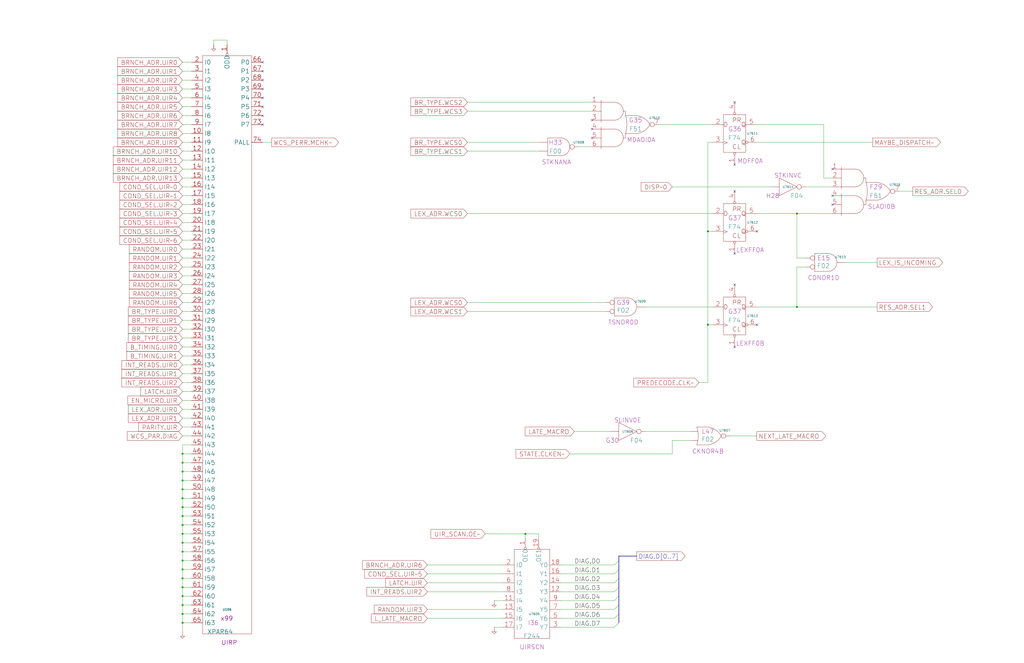
<source format=kicad_sch>
(kicad_sch (version 20230121) (generator eeschema)
  (paper "User" 584.2 378.46)
  (title_block (title "PRE-DECODE AND PARITY CHECK") (date "22-MAY-90") (rev "1.0") (comment 1 "SEQUENCER") (comment 2 "232-003064") (comment 3 "S400") (comment 4 "RELEASED"))
  (lib_symbols
    (symbol "r1000:F00" (pin_numbers hide) (pin_names hide)
      (property "Reference" "U" (at 15.24 0 0))
      (property "Value" "F00" (at 1.905 -5.08 0))
      (property "Location" "___" (at 1.905 0 0))
      (property "Name" "______" (at 2.54 -12.7 0))
      (symbol "F00_0_1"
        (polyline (pts (xy -2.54 -7.62) (xy 5.08 -7.62)) (stroke (width 0.1524)))
        (polyline (pts (xy -2.54 2.54) (xy -2.54 -7.62)) (stroke (width 0.1524)))
        (polyline (pts (xy -2.54 2.54) (xy 5.08 2.54)) (stroke (width 0.1524)))
        (arc (start 5.08 -7.62) (mid 10.1282 -2.54) (end 5.08 2.54) (stroke (width 0.1524)))
        (circle (center 11.43 -2.54) (radius 1.27) (stroke (width 0.1524)))
      )
      (symbol "F00_0_2"
        (circle (center -3.81 -5.08) (radius 1.27) (stroke (width 0.1524)))
        (circle (center -3.81 0) (radius 1.27) (stroke (width 0.1524)))
        (arc (start -3.175 -7.62) (mid -2.134 -2.54) (end -3.175 2.54) (stroke (width 0.1524)))
        (polyline (pts (xy -3.175 -7.62) (xy 3.81 -7.62)) (stroke (width 0.1524)))
        (polyline (pts (xy -3.175 2.54) (xy 3.81 2.54)) (stroke (width 0.1524)))
        (arc (start 3.81 -7.62) (mid 7.5855 -5.8306) (end 10.16 -2.54) (stroke (width 0.1524)))
        (arc (start 10.16 -2.54) (mid 7.5827 0.7471) (end 3.81 2.54) (stroke (width 0.1524)))
      )
      (symbol "F00_1_1"
        (pin input line (at -7.62 0 0) (length 5.08) (name "D0") (number "1"))
        (pin input line (at -7.62 -5.08 0) (length 5.08) (name "D1") (number "2"))
        (pin output line (at 15.24 -2.54 180) (length 2.54) (name "Q") (number "3"))
      )
      (symbol "F00_1_2"
        (pin input line (at -7.62 0 0) (length 2.54) (name "D0") (number "1"))
        (pin input line (at -7.62 -5.08 0) (length 2.54) (name "D1") (number "2"))
        (pin output line (at 15.24 -2.54 180) (length 5.08) (name "Q") (number "3"))
      )
    )
    (symbol "r1000:F02" (pin_numbers hide) (pin_names hide)
      (property "Reference" "U" (at 12.16 0.635 0))
      (property "Value" "F02" (at -1.27 -4.445 0))
      (property "Location" "___" (at 2.54 0 0))
      (property "Name" "______" (at 2.54 -12.7 0))
      (symbol "F02_0_1"
        (arc (start -3.81 -7.62) (mid -2.9847 -2.54) (end -3.81 2.54) (stroke (width 0.1524)))
        (polyline (pts (xy -5.08 -5.08) (xy -3.175 -5.08)) (stroke (width 0.1524)))
        (polyline (pts (xy -5.08 0) (xy -3.175 0)) (stroke (width 0.1524)))
        (polyline (pts (xy -3.81 -7.62) (xy 2.54 -7.62)) (stroke (width 0.1524)))
        (polyline (pts (xy -3.81 2.54) (xy 2.54 2.54)) (stroke (width 0.1524)))
        (polyline (pts (xy 13.97 -2.54) (xy 12.7 -2.54)) (stroke (width 0.1524)))
        (arc (start 2.54 -7.62) (mid 6.9515 -5.9823) (end 10.16 -2.54) (stroke (width 0.1524)))
        (arc (start 10.16 -2.54) (mid 6.9478 0.8966) (end 2.54 2.54) (stroke (width 0.1524)))
        (circle (center 11.43 -2.54) (radius 1.27) (stroke (width 0.1524)))
      )
      (symbol "F02_0_2"
        (circle (center -3.81 -5.08) (radius 1.27) (stroke (width 0.1524)))
        (circle (center -3.81 0) (radius 1.27) (stroke (width 0.1524)))
        (polyline (pts (xy -2.54 -7.62) (xy 5.08 -7.62)) (stroke (width 0.1524)))
        (polyline (pts (xy -2.54 2.54) (xy -2.54 -7.62)) (stroke (width 0.1524)))
        (polyline (pts (xy -2.54 2.54) (xy 5.08 2.54)) (stroke (width 0.1524)))
        (polyline (pts (xy 11.43 -2.54) (xy 10.16 -2.54)) (stroke (width 0.1524)))
        (polyline (pts (xy 11.43 -2.54) (xy 12.7 -2.54)) (stroke (width 0.1524)))
        (arc (start 5.08 -7.62) (mid 10.1282 -2.54) (end 5.08 2.54) (stroke (width 0.1524)))
      )
      (symbol "F02_1_1"
        (pin input line (at -7.62 0 0) (length 2.54) (name "D0") (number "1"))
        (pin input line (at -7.62 -5.08 0) (length 2.54) (name "D1") (number "2"))
        (pin output line (at 15.24 -2.54 180) (length 1.27) (name "Q") (number "3"))
      )
      (symbol "F02_1_2"
        (pin input line (at -7.62 0 0) (length 2.54) (name "D0") (number "1"))
        (pin input line (at -7.62 -5.08 0) (length 2.54) (name "D1") (number "2"))
        (pin output line (at 15.24 -2.54 180) (length 2.54) (name "Q") (number "3"))
      )
    )
    (symbol "r1000:F04" (pin_numbers hide) (pin_names hide)
      (property "Reference" "U" (at 0 0 0))
      (property "Value" "F04" (at 1.27 -5.08 0))
      (property "Location" "___" (at -12.7 -5.08 0))
      (property "Name" "______" (at 0 5.08 0))
      (symbol "F04_0_1"
        (polyline (pts (xy -7.62 0) (xy -5.08 0)) (stroke (width 0.1524)))
        (polyline (pts (xy -5.08 5.08) (xy -5.08 -5.08)) (stroke (width 0.1524)))
        (polyline (pts (xy 5.08 0) (xy -5.08 -5.08)) (stroke (width 0.1524)))
        (polyline (pts (xy 5.08 0) (xy -5.08 5.08)) (stroke (width 0.1524)))
        (circle (center 6.35 0) (radius 1.27) (stroke (width 0.1524)))
      )
      (symbol "F04_1_1"
        (pin input line (at -10.16 0 0) (length 2.54) (name "D0") (number "1"))
        (pin output line (at 10.16 0 180) (length 2.54) (name "Q") (number "2"))
      )
    )
    (symbol "r1000:F244" (pin_names (offset 1.016))
      (property "Reference" "U" (at 2.54 5.08 0))
      (property "Value" "F244" (at -3.81 -7.62 0))
      (property "Location" "___" (at -1.27 0 0))
      (property "Name" "______" (at 1.27 -15.24 0))
      (symbol "F244_1_1"
        (rectangle (start -8.89 41.91) (end 11.43 -8.89))
        (circle (center -2.54 42.545) (radius 0.635))
        (circle (center 5.08 42.545) (radius 0.635))
        (pin input line (at -2.54 48.26 270) (length 5.08) (name "OE0") (number "1"))
        (pin input line (at -15.24 12.7 0) (length 6.35) (name "I4") (number "11"))
        (pin tri_state line (at 17.78 17.78 180) (length 6.35) (name "Y3") (number "12"))
        (pin input line (at -15.24 7.62 0) (length 6.35) (name "I5") (number "13"))
        (pin tri_state line (at 17.78 22.86 180) (length 6.35) (name "Y2") (number "14"))
        (pin input line (at -15.24 2.54 0) (length 6.35) (name "I6") (number "15"))
        (pin tri_state line (at 17.78 27.94 180) (length 6.35) (name "Y1") (number "16"))
        (pin input line (at -15.24 -2.54 0) (length 6.35) (name "I7") (number "17"))
        (pin tri_state line (at 17.78 33.02 180) (length 6.35) (name "Y0") (number "18"))
        (pin input line (at 5.08 48.26 270) (length 5.08) (name "OE1") (number "19"))
        (pin input line (at -15.24 33.02 0) (length 6.35) (name "I0") (number "2"))
        (pin tri_state line (at 17.78 -2.54 180) (length 6.35) (name "Y7") (number "3"))
        (pin input line (at -15.24 27.94 0) (length 6.35) (name "I1") (number "4"))
        (pin tri_state line (at 17.78 2.54 180) (length 6.35) (name "Y6") (number "5"))
        (pin input line (at -15.24 22.86 0) (length 6.35) (name "I2") (number "6"))
        (pin tri_state line (at 17.78 7.62 180) (length 6.35) (name "Y5") (number "7"))
        (pin input line (at -15.24 17.78 0) (length 6.35) (name "I3") (number "8"))
        (pin tri_state line (at 17.78 12.7 180) (length 6.35) (name "Y4") (number "9"))
      )
    )
    (symbol "r1000:F51" (pin_names hide)
      (property "Reference" "U" (at 12.7 1.27 0))
      (property "Value" "F51" (at 1.905 -5.08 0))
      (property "Location" "___" (at 1.905 0 0))
      (property "Name" "______" (at 5.08 -12.7 0))
      (symbol "F51_0_0"
        (arc (start -10.16 -15.24) (mid -6.5679 -13.7521) (end -5.08 -10.16) (stroke (width 0.1524)))
        (arc (start -10.16 0) (mid -6.5679 1.4879) (end -5.08 5.08) (stroke (width 0.1524)))
        (arc (start -5.08 -10.16) (mid -6.5679 -6.5679) (end -10.16 -5.08) (stroke (width 0.1524)))
        (arc (start -5.08 5.08) (mid -6.5679 8.6721) (end -10.16 10.16) (stroke (width 0.1524)))
        (arc (start -3.8173 -7.62) (mid -2.9926 -2.54) (end -3.8173 2.54) (stroke (width 0.1524)))
        (polyline (pts (xy -20.32 -15.24) (xy -17.78 -15.24)) (stroke (width 0.1524)))
        (polyline (pts (xy -20.32 -10.16) (xy -17.78 -10.16)) (stroke (width 0.1524)))
        (polyline (pts (xy -20.32 -5.08) (xy -17.78 -5.08)) (stroke (width 0.1524)))
        (polyline (pts (xy -20.32 0) (xy -17.78 0)) (stroke (width 0.1524)))
        (polyline (pts (xy -20.32 5.08) (xy -17.78 5.08)) (stroke (width 0.1524)))
        (polyline (pts (xy -20.32 10.16) (xy -17.78 10.16)) (stroke (width 0.1524)))
        (polyline (pts (xy -17.78 -3.81) (xy -17.78 -16.51)) (stroke (width 0.1524)))
        (polyline (pts (xy -17.78 11.43) (xy -17.78 -1.27)) (stroke (width 0.1524)))
        (polyline (pts (xy -10.16 -15.24) (xy -17.78 -15.24)) (stroke (width 0.1524)))
        (polyline (pts (xy -10.16 -5.08) (xy -17.78 -5.08)) (stroke (width 0.1524)))
        (polyline (pts (xy -10.16 0) (xy -17.78 0)) (stroke (width 0.1524)))
        (polyline (pts (xy -10.16 10.16) (xy -17.78 10.16)) (stroke (width 0.1524)))
        (polyline (pts (xy -3.81 -7.62) (xy 2.54 -7.62)) (stroke (width 0.1524)))
        (polyline (pts (xy -3.81 2.54) (xy 2.54 2.54)) (stroke (width 0.1524)))
        (polyline (pts (xy -5.08 -10.16) (xy -3.81 -10.16) (xy -3.81 -7.62)) (stroke (width 0.1524)))
        (polyline (pts (xy -5.08 5.08) (xy -3.81 5.08) (xy -3.81 2.54)) (stroke (width 0.1524)))
        (arc (start 2.54 -7.62) (mid 6.9504 -5.9805) (end 10.16 -2.54) (stroke (width 0.1524)))
        (arc (start 10.16 -2.54) (mid 6.9516 0.9024) (end 2.54 2.54) (stroke (width 0.1524)))
        (circle (center 11.43 -2.54) (radius 1.27) (stroke (width 0.1524)))
      )
      (symbol "F51_1_1"
        (pin input line (at -22.86 10.16 0) (length 2.54) (name "A1") (number "1"))
        (pin input line (at -22.86 5.08 0) (length 2.54) (name "A2") (number "2"))
        (pin input line (at -22.86 0 0) (length 2.54) (name "A3") (number "3"))
        (pin input line (at -22.86 -5.08 0) (length 2.54) (name "B1") (number "4"))
        (pin input line (at -22.86 -10.16 0) (length 2.54) (name "B2") (number "5"))
        (pin input line (at -22.86 -15.24 0) (length 2.54) (name "B3") (number "6"))
        (pin output line (at 15.24 -2.54 180) (length 2.54) (name "Q") (number "7"))
      )
    )
    (symbol "r1000:F74" (pin_names (offset 1.016) hide)
      (property "Reference" "U" (at 12.7 -2.54 0))
      (property "Value" "F74" (at -1.27 -5.08 0))
      (property "Location" "___" (at -1.27 0 0))
      (property "Name" "______" (at 11.43 -19.685 0))
      (symbol "F74_0_1"
        (rectangle (start -3.81 8.255) (end 8.89 -13.335) (stroke (width 0.1524)))
        (polyline (pts (xy 2.54 -15.24) (xy 2.54 -14.605)) (stroke (width 0.1524)))
        (polyline (pts (xy 2.54 10.16) (xy 2.54 9.525)) (stroke (width 0.1524)))
      )
      (symbol "F74_1_1"
        (circle (center 2.54 -13.97) (radius 0.635))
        (circle (center 2.54 8.89) (radius 0.635))
        (circle (center 9.525 -7.62) (radius 0.635))
        (text ">" (at -2.54 -7.62 0) (effects (font (size 2.54 2.54))))
        (text "C" (at 2.54 -10.16 0) (effects (font (size 2.54 2.54))))
        (text "D" (at -2.54 2.54 0) (effects (font (size 2.54 2.54))))
        (text "L" (at 5.08 -10.16 0) (effects (font (size 2.54 2.54))))
        (text "P" (at 2.54 5.08 0) (effects (font (size 2.54 2.54))))
        (text "Q" (at 7.62 -7.62 0) (effects (font (size 2.54 2.54))))
        (text "Q" (at 7.62 2.54 0) (effects (font (size 2.54 2.54))))
        (text "R" (at 5.08 5.08 0) (effects (font (size 2.54 2.54))))
        (pin input line (at 2.54 -20.32 90) (length 5.08) (name "CL_") (number "1"))
        (pin input line (at -10.16 2.54 0) (length 6.35) (name "D") (number "2"))
        (pin input line (at -10.16 -7.62 0) (length 6.35) (name "CLK") (number "3"))
        (pin input line (at 2.54 15.24 270) (length 5.08) (name "PR_") (number "4"))
        (pin output line (at 15.24 2.54 180) (length 6.35) (name "Q") (number "5"))
        (pin output line (at 15.24 -7.62 180) (length 5.08) (name "Q_") (number "6"))
      )
    )
    (symbol "r1000:PD" (power) (pin_numbers hide) (pin_names hide) (in_bom no)
      (symbol "PD_0_1"
        (polyline (pts (xy 0 -2.54) (xy 1.27 -2.54) (xy 0 -3.81) (xy -1.27 -2.54) (xy 0 -2.54)) (stroke (width 0.1524)))
      )
      (symbol "PD_1_1"
        (pin power_in line (at 0 0 270) (length 2.54) (name "PD") (number "1"))
      )
    )
    (symbol "r1000:XPAR64" (pin_names (offset 1.016))
      (property "Reference" "U" (at 2.54 5.08 0))
      (property "Value" "XPAR64" (at -8.89 -7.62 0))
      (property "Location" "___" (at -1.27 0 0))
      (property "Name" "______" (at 3.81 -15.24 0))
      (symbol "XPAR64_1_1"
        (rectangle (start -11.43 321.31) (end 16.51 -8.89))
        (circle (center 2.54 321.945) (radius 0.635))
        (pin input line (at 2.54 327.66 270) (length 5.08) (name "ODD") (number "1"))
        (pin input line (at -17.78 276.86 0) (length 6.35) (name "I8") (number "10"))
        (pin input line (at -17.78 271.78 0) (length 6.35) (name "I9") (number "11"))
        (pin input line (at -17.78 266.7 0) (length 6.35) (name "I10") (number "12"))
        (pin input line (at -17.78 261.62 0) (length 6.35) (name "I11") (number "13"))
        (pin input line (at -17.78 256.54 0) (length 6.35) (name "I12") (number "14"))
        (pin input line (at -17.78 251.46 0) (length 6.35) (name "I13") (number "15"))
        (pin input line (at -17.78 246.38 0) (length 6.35) (name "I14") (number "16"))
        (pin input line (at -17.78 241.3 0) (length 6.35) (name "I15") (number "17"))
        (pin input line (at -17.78 236.22 0) (length 6.35) (name "I16") (number "18"))
        (pin input line (at -17.78 231.14 0) (length 6.35) (name "I17") (number "19"))
        (pin input line (at -17.78 317.5 0) (length 6.35) (name "I0") (number "2"))
        (pin input line (at -17.78 226.06 0) (length 6.35) (name "I18") (number "20"))
        (pin input line (at -17.78 220.98 0) (length 6.35) (name "I19") (number "21"))
        (pin input line (at -17.78 215.9 0) (length 6.35) (name "I20") (number "22"))
        (pin input line (at -17.78 210.82 0) (length 6.35) (name "I21") (number "23"))
        (pin input line (at -17.78 205.74 0) (length 6.35) (name "I22") (number "24"))
        (pin input line (at -17.78 200.66 0) (length 6.35) (name "I23") (number "25"))
        (pin input line (at -17.78 195.58 0) (length 6.35) (name "I24") (number "26"))
        (pin input line (at -17.78 190.5 0) (length 6.35) (name "I25") (number "27"))
        (pin input line (at -17.78 185.42 0) (length 6.35) (name "I26") (number "28"))
        (pin input line (at -17.78 180.34 0) (length 6.35) (name "I27") (number "29"))
        (pin input line (at -17.78 312.42 0) (length 6.35) (name "I1") (number "3"))
        (pin input line (at -17.78 175.26 0) (length 6.35) (name "I28") (number "30"))
        (pin input line (at -17.78 170.18 0) (length 6.35) (name "I29") (number "31"))
        (pin input line (at -17.78 165.1 0) (length 6.35) (name "I30") (number "32"))
        (pin input line (at -17.78 160.02 0) (length 6.35) (name "I31") (number "33"))
        (pin input line (at -17.78 154.94 0) (length 6.35) (name "I32") (number "34"))
        (pin input line (at -17.78 149.86 0) (length 6.35) (name "I33") (number "35"))
        (pin input line (at -17.78 144.78 0) (length 6.35) (name "I34") (number "36"))
        (pin input line (at -17.78 139.7 0) (length 6.35) (name "I35") (number "37"))
        (pin input line (at -17.78 134.62 0) (length 6.35) (name "I36") (number "38"))
        (pin input line (at -17.78 129.54 0) (length 6.35) (name "I37") (number "39"))
        (pin input line (at -17.78 307.34 0) (length 6.35) (name "I2") (number "4"))
        (pin input line (at -17.78 124.46 0) (length 6.35) (name "I38") (number "40"))
        (pin input line (at -17.78 119.38 0) (length 6.35) (name "I39") (number "41"))
        (pin input line (at -17.78 114.3 0) (length 6.35) (name "I40") (number "42"))
        (pin input line (at -17.78 109.22 0) (length 6.35) (name "I41") (number "43"))
        (pin input line (at -17.78 104.14 0) (length 6.35) (name "I42") (number "44"))
        (pin input line (at -17.78 99.06 0) (length 6.35) (name "I43") (number "45"))
        (pin input line (at -17.78 93.98 0) (length 6.35) (name "I44") (number "46"))
        (pin input line (at -17.78 88.9 0) (length 6.35) (name "I45") (number "47"))
        (pin input line (at -17.78 83.82 0) (length 6.35) (name "I46") (number "48"))
        (pin input line (at -17.78 78.74 0) (length 6.35) (name "I47") (number "49"))
        (pin input line (at -17.78 302.26 0) (length 6.35) (name "I3") (number "5"))
        (pin input line (at -17.78 73.66 0) (length 6.35) (name "I48") (number "50"))
        (pin input line (at -17.78 68.58 0) (length 6.35) (name "I49") (number "51"))
        (pin input line (at -17.78 63.5 0) (length 6.35) (name "I50") (number "52"))
        (pin input line (at -17.78 58.42 0) (length 6.35) (name "I51") (number "53"))
        (pin input line (at -17.78 53.34 0) (length 6.35) (name "I52") (number "54"))
        (pin input line (at -17.78 48.26 0) (length 6.35) (name "I53") (number "55"))
        (pin input line (at -17.78 43.18 0) (length 6.35) (name "I54") (number "56"))
        (pin input line (at -17.78 38.1 0) (length 6.35) (name "I55") (number "57"))
        (pin input line (at -17.78 33.02 0) (length 6.35) (name "I56") (number "58"))
        (pin input line (at -17.78 27.94 0) (length 6.35) (name "I57") (number "59"))
        (pin input line (at -17.78 297.18 0) (length 6.35) (name "I4") (number "6"))
        (pin input line (at -17.78 22.86 0) (length 6.35) (name "I58") (number "60"))
        (pin input line (at -17.78 17.78 0) (length 6.35) (name "I59") (number "61"))
        (pin input line (at -17.78 12.7 0) (length 6.35) (name "I60") (number "62"))
        (pin input line (at -17.78 7.62 0) (length 6.35) (name "I61") (number "63"))
        (pin input line (at -17.78 2.54 0) (length 6.35) (name "I62") (number "64"))
        (pin input line (at -17.78 -2.54 0) (length 6.35) (name "I63") (number "65"))
        (pin output line (at 22.86 317.5 180) (length 6.35) (name "P0") (number "66"))
        (pin output line (at 22.86 312.42 180) (length 6.35) (name "P1") (number "67"))
        (pin output line (at 22.86 307.34 180) (length 6.35) (name "P2") (number "68"))
        (pin output line (at 22.86 302.26 180) (length 6.35) (name "P3") (number "69"))
        (pin input line (at -17.78 292.1 0) (length 6.35) (name "I5") (number "7"))
        (pin output line (at 22.86 297.18 180) (length 6.35) (name "P4") (number "70"))
        (pin output line (at 22.86 292.1 180) (length 6.35) (name "P5") (number "71"))
        (pin output line (at 22.86 287.02 180) (length 6.35) (name "P6") (number "72"))
        (pin output line (at 22.86 281.94 180) (length 6.35) (name "P7") (number "73"))
        (pin output line (at 22.86 271.78 180) (length 6.35) (name "PALL") (number "74"))
        (pin input line (at -17.78 287.02 0) (length 6.35) (name "I6") (number "8"))
        (pin input line (at -17.78 281.94 0) (length 6.35) (name "I7") (number "9"))
      )
    )
  )
  (junction (at 403.86 185.42))
  (junction (at 104.14 350.52))
  (junction (at 104.14 274.32))
  (junction (at 104.14 284.48))
  (junction (at 403.86 132.08))
  (junction (at 104.14 259.08))
  (junction (at 104.14 355.6))
  (junction (at 104.14 309.88))
  (junction (at 104.14 269.24))
  (junction (at 104.14 345.44))
  (junction (at 454.66 121.92))
  (junction (at 104.14 330.2))
  (junction (at 104.14 325.12))
  (junction (at 104.14 335.28))
  (junction (at 104.14 304.8))
  (junction (at 104.14 299.72))
  (junction (at 104.14 289.56))
  (junction (at 299.72 304.8))
  (junction (at 104.14 264.16))
  (junction (at 104.14 314.96))
  (junction (at 104.14 294.64))
  (junction (at 454.66 175.26))
  (junction (at 104.14 340.36))
  (junction (at 104.14 320.04))
  (junction (at 104.14 279.4))
  (no_connect (at 431.8 132.08))
  (no_connect (at 337.82 68.58))
  (no_connect (at 431.8 185.42))
  (no_connect (at 419.1 162.56))
  (no_connect (at 419.1 198.12))
  (no_connect (at 419.1 144.78))
  (no_connect (at 419.1 109.22))
  (no_connect (at 419.1 58.42))
  (no_connect (at 419.1 93.98))
  (no_connect (at 337.82 78.74))
  (no_connect (at 474.98 96.52))
  (no_connect (at 474.98 111.76))
  (no_connect (at 149.86 60.96))
  (no_connect (at 149.86 66.04))
  (no_connect (at 149.86 71.12))
  (no_connect (at 149.86 35.56))
  (no_connect (at 149.86 40.64))
  (no_connect (at 149.86 45.72))
  (no_connect (at 149.86 50.8))
  (no_connect (at 149.86 55.88))
  (no_connect (at 337.82 73.66))
  (no_connect (at 474.98 116.84))
  (bus_entry (at 353.06 335.28) (size -2.54 2.54))
  (bus_entry (at 353.06 340.36) (size -2.54 2.54))
  (bus_entry (at 353.06 325.12) (size -2.54 2.54))
  (bus_entry (at 353.06 350.52) (size -2.54 2.54))
  (bus_entry (at 353.06 345.44) (size -2.54 2.54))
  (bus_entry (at 353.06 330.2) (size -2.54 2.54))
  (bus_entry (at 353.06 320.04) (size -2.54 2.54))
  (bus_entry (at 353.06 355.6) (size -2.54 2.54))
  (wire (pts (xy 104.14 335.28) (xy 104.14 330.2)))
  (wire (pts (xy 320.04 332.74) (xy 350.52 332.74)))
  (wire (pts (xy 104.14 320.04) (xy 104.14 314.96)))
  (wire (pts (xy 104.14 309.88) (xy 104.14 304.8)))
  (wire (pts (xy 459.74 106.68) (xy 474.98 106.68)))
  (wire (pts (xy 104.14 223.52) (xy 109.22 223.52)))
  (wire (pts (xy 104.14 330.2) (xy 104.14 325.12)))
  (wire (pts (xy 104.14 66.04) (xy 109.22 66.04)))
  (wire (pts (xy 104.14 147.32) (xy 109.22 147.32)))
  (wire (pts (xy 104.14 264.16) (xy 109.22 264.16)))
  (bus (pts (xy 353.06 335.28) (xy 353.06 340.36)))
  (wire (pts (xy 104.14 111.76) (xy 109.22 111.76)))
  (wire (pts (xy 104.14 325.12) (xy 104.14 320.04)))
  (wire (pts (xy 104.14 203.2) (xy 109.22 203.2)))
  (wire (pts (xy 281.94 342.9) (xy 287.02 342.9)))
  (wire (pts (xy 383.54 259.08) (xy 383.54 251.46)))
  (bus (pts (xy 353.06 317.5) (xy 363.22 317.5)))
  (wire (pts (xy 431.8 121.92) (xy 454.66 121.92)))
  (wire (pts (xy 104.14 132.08) (xy 109.22 132.08)))
  (wire (pts (xy 266.7 86.36) (xy 307.34 86.36)))
  (wire (pts (xy 104.14 152.4) (xy 109.22 152.4)))
  (wire (pts (xy 104.14 106.68) (xy 109.22 106.68)))
  (wire (pts (xy 121.92 25.4) (xy 121.92 22.86)))
  (wire (pts (xy 104.14 269.24) (xy 104.14 264.16)))
  (wire (pts (xy 459.74 147.32) (xy 454.66 147.32)))
  (wire (pts (xy 243.84 322.58) (xy 287.02 322.58)))
  (wire (pts (xy 104.14 243.84) (xy 109.22 243.84)))
  (wire (pts (xy 104.14 157.48) (xy 109.22 157.48)))
  (wire (pts (xy 454.66 121.92) (xy 474.98 121.92)))
  (wire (pts (xy 104.14 350.52) (xy 109.22 350.52)))
  (wire (pts (xy 266.7 177.8) (xy 345.44 177.8)))
  (wire (pts (xy 330.2 83.82) (xy 337.82 83.82)))
  (wire (pts (xy 266.7 81.28) (xy 307.34 81.28)))
  (wire (pts (xy 104.14 309.88) (xy 109.22 309.88)))
  (wire (pts (xy 299.72 304.8) (xy 307.34 304.8)))
  (wire (pts (xy 104.14 350.52) (xy 104.14 345.44)))
  (wire (pts (xy 104.14 279.4) (xy 104.14 274.32)))
  (wire (pts (xy 104.14 340.36) (xy 109.22 340.36)))
  (wire (pts (xy 104.14 96.52) (xy 109.22 96.52)))
  (wire (pts (xy 104.14 187.96) (xy 109.22 187.96)))
  (wire (pts (xy 281.94 358.14) (xy 287.02 358.14)))
  (wire (pts (xy 104.14 238.76) (xy 109.22 238.76)))
  (wire (pts (xy 104.14 40.64) (xy 109.22 40.64)))
  (wire (pts (xy 104.14 254) (xy 109.22 254)))
  (bus (pts (xy 353.06 330.2) (xy 353.06 335.28)))
  (wire (pts (xy 320.04 358.14) (xy 350.52 358.14)))
  (wire (pts (xy 104.14 289.56) (xy 104.14 284.48)))
  (wire (pts (xy 104.14 259.08) (xy 109.22 259.08)))
  (wire (pts (xy 299.72 304.8) (xy 299.72 307.34)))
  (wire (pts (xy 104.14 101.6) (xy 109.22 101.6)))
  (wire (pts (xy 104.14 91.44) (xy 109.22 91.44)))
  (wire (pts (xy 431.8 175.26) (xy 454.66 175.26)))
  (wire (pts (xy 104.14 213.36) (xy 109.22 213.36)))
  (wire (pts (xy 104.14 335.28) (xy 109.22 335.28)))
  (wire (pts (xy 104.14 325.12) (xy 109.22 325.12)))
  (wire (pts (xy 129.54 22.86) (xy 129.54 25.4)))
  (wire (pts (xy 104.14 177.8) (xy 109.22 177.8)))
  (wire (pts (xy 104.14 314.96) (xy 104.14 309.88)))
  (wire (pts (xy 368.3 175.26) (xy 406.4 175.26)))
  (wire (pts (xy 104.14 116.84) (xy 109.22 116.84)))
  (wire (pts (xy 403.86 81.28) (xy 406.4 81.28)))
  (wire (pts (xy 104.14 345.44) (xy 104.14 340.36)))
  (wire (pts (xy 121.92 22.86) (xy 129.54 22.86)))
  (wire (pts (xy 454.66 121.92) (xy 454.66 147.32)))
  (wire (pts (xy 104.14 294.64) (xy 109.22 294.64)))
  (wire (pts (xy 383.54 106.68) (xy 439.42 106.68)))
  (wire (pts (xy 243.84 337.82) (xy 287.02 337.82)))
  (wire (pts (xy 104.14 71.12) (xy 109.22 71.12)))
  (wire (pts (xy 320.04 347.98) (xy 350.52 347.98)))
  (wire (pts (xy 416.56 248.92) (xy 431.8 248.92)))
  (wire (pts (xy 469.9 71.12) (xy 469.9 101.6)))
  (wire (pts (xy 104.14 284.48) (xy 109.22 284.48)))
  (wire (pts (xy 431.8 71.12) (xy 469.9 71.12)))
  (wire (pts (xy 149.86 81.28) (xy 154.94 81.28)))
  (wire (pts (xy 320.04 322.58) (xy 350.52 322.58)))
  (wire (pts (xy 104.14 264.16) (xy 104.14 259.08)))
  (wire (pts (xy 104.14 304.8) (xy 104.14 299.72)))
  (wire (pts (xy 327.66 246.38) (xy 347.98 246.38)))
  (wire (pts (xy 383.54 251.46) (xy 393.7 251.46)))
  (wire (pts (xy 104.14 248.92) (xy 109.22 248.92)))
  (wire (pts (xy 104.14 35.56) (xy 109.22 35.56)))
  (wire (pts (xy 104.14 60.96) (xy 109.22 60.96)))
  (wire (pts (xy 375.92 71.12) (xy 406.4 71.12)))
  (wire (pts (xy 104.14 167.64) (xy 109.22 167.64)))
  (wire (pts (xy 104.14 182.88) (xy 109.22 182.88)))
  (wire (pts (xy 104.14 142.24) (xy 109.22 142.24)))
  (wire (pts (xy 403.86 185.42) (xy 403.86 132.08)))
  (wire (pts (xy 469.9 101.6) (xy 474.98 101.6)))
  (bus (pts (xy 353.06 317.5) (xy 353.06 320.04)))
  (wire (pts (xy 104.14 228.6) (xy 109.22 228.6)))
  (wire (pts (xy 104.14 45.72) (xy 109.22 45.72)))
  (wire (pts (xy 243.84 353.06) (xy 287.02 353.06)))
  (wire (pts (xy 104.14 355.6) (xy 104.14 350.52)))
  (wire (pts (xy 266.7 121.92) (xy 406.4 121.92)))
  (wire (pts (xy 403.86 218.44) (xy 403.86 185.42)))
  (wire (pts (xy 513.08 109.22) (xy 520.7 109.22)))
  (wire (pts (xy 243.84 347.98) (xy 287.02 347.98)))
  (wire (pts (xy 266.7 63.5) (xy 337.82 63.5)))
  (wire (pts (xy 454.66 175.26) (xy 500.38 175.26)))
  (wire (pts (xy 266.7 172.72) (xy 345.44 172.72)))
  (wire (pts (xy 459.74 152.4) (xy 454.66 152.4)))
  (wire (pts (xy 104.14 304.8) (xy 109.22 304.8)))
  (wire (pts (xy 403.86 132.08) (xy 403.86 81.28)))
  (wire (pts (xy 104.14 360.68) (xy 104.14 355.6)))
  (wire (pts (xy 104.14 294.64) (xy 104.14 289.56)))
  (wire (pts (xy 454.66 152.4) (xy 454.66 175.26)))
  (wire (pts (xy 104.14 208.28) (xy 109.22 208.28)))
  (wire (pts (xy 104.14 233.68) (xy 109.22 233.68)))
  (wire (pts (xy 104.14 314.96) (xy 109.22 314.96)))
  (wire (pts (xy 398.78 218.44) (xy 403.86 218.44)))
  (wire (pts (xy 320.04 337.82) (xy 350.52 337.82)))
  (wire (pts (xy 243.84 327.66) (xy 287.02 327.66)))
  (wire (pts (xy 104.14 330.2) (xy 109.22 330.2)))
  (bus (pts (xy 353.06 340.36) (xy 353.06 345.44)))
  (wire (pts (xy 104.14 162.56) (xy 109.22 162.56)))
  (wire (pts (xy 368.3 246.38) (xy 393.7 246.38)))
  (wire (pts (xy 266.7 58.42) (xy 337.82 58.42)))
  (wire (pts (xy 104.14 284.48) (xy 104.14 279.4)))
  (wire (pts (xy 104.14 121.92) (xy 109.22 121.92)))
  (wire (pts (xy 320.04 342.9) (xy 350.52 342.9)))
  (wire (pts (xy 104.14 289.56) (xy 109.22 289.56)))
  (wire (pts (xy 104.14 86.36) (xy 109.22 86.36)))
  (wire (pts (xy 104.14 50.8) (xy 109.22 50.8)))
  (wire (pts (xy 104.14 279.4) (xy 109.22 279.4)))
  (wire (pts (xy 104.14 340.36) (xy 104.14 335.28)))
  (wire (pts (xy 104.14 259.08) (xy 104.14 254)))
  (wire (pts (xy 104.14 218.44) (xy 109.22 218.44)))
  (wire (pts (xy 243.84 332.74) (xy 287.02 332.74)))
  (wire (pts (xy 325.12 259.08) (xy 383.54 259.08)))
  (wire (pts (xy 104.14 198.12) (xy 109.22 198.12)))
  (wire (pts (xy 320.04 353.06) (xy 350.52 353.06)))
  (wire (pts (xy 104.14 274.32) (xy 104.14 269.24)))
  (wire (pts (xy 104.14 320.04) (xy 109.22 320.04)))
  (wire (pts (xy 104.14 76.2) (xy 109.22 76.2)))
  (wire (pts (xy 320.04 327.66) (xy 350.52 327.66)))
  (wire (pts (xy 104.14 274.32) (xy 109.22 274.32)))
  (wire (pts (xy 431.8 81.28) (xy 497.84 81.28)))
  (wire (pts (xy 276.86 304.8) (xy 299.72 304.8)))
  (wire (pts (xy 104.14 269.24) (xy 109.22 269.24)))
  (wire (pts (xy 104.14 137.16) (xy 109.22 137.16)))
  (wire (pts (xy 403.86 132.08) (xy 406.4 132.08)))
  (wire (pts (xy 104.14 55.88) (xy 109.22 55.88)))
  (wire (pts (xy 104.14 299.72) (xy 104.14 294.64)))
  (bus (pts (xy 353.06 325.12) (xy 353.06 330.2)))
  (wire (pts (xy 307.34 304.8) (xy 307.34 307.34)))
  (wire (pts (xy 104.14 355.6) (xy 109.22 355.6)))
  (wire (pts (xy 403.86 185.42) (xy 406.4 185.42)))
  (bus (pts (xy 353.06 320.04) (xy 353.06 325.12)))
  (wire (pts (xy 104.14 81.28) (xy 109.22 81.28)))
  (wire (pts (xy 104.14 172.72) (xy 109.22 172.72)))
  (wire (pts (xy 104.14 127) (xy 109.22 127)))
  (wire (pts (xy 104.14 193.04) (xy 109.22 193.04)))
  (bus (pts (xy 353.06 350.52) (xy 353.06 355.6)))
  (wire (pts (xy 104.14 345.44) (xy 109.22 345.44)))
  (wire (pts (xy 482.6 149.86) (xy 500.38 149.86)))
  (wire (pts (xy 104.14 299.72) (xy 109.22 299.72)))
  (bus (pts (xy 353.06 345.44) (xy 353.06 350.52)))
  (label "DIAG.D4" (at 327.66 342.9 0) (effects (font (size 2.54 2.54))))
  (label "DIAG.D2" (at 327.66 332.74 0) (effects (font (size 2.54 2.54))))
  (label "DIAG.D3" (at 327.66 337.82 0) (effects (font (size 2.54 2.54))))
  (label "DIAG.D6" (at 327.66 353.06 0) (effects (font (size 2.54 2.54))))
  (label "DIAG.D1" (at 327.66 327.66 0) (effects (font (size 2.54 2.54))))
  (label "DIAG.D5" (at 327.66 347.98 0) (effects (font (size 2.54 2.54))))
  (label "DIAG.D0" (at 327.66 322.58 0) (effects (font (size 2.54 2.54))))
  (label "DIAG.D7" (at 327.66 358.14 0) (effects (font (size 2.54 2.54))))
  (global_label "COND_SEL.UIR~0" (shape input) (at 104.14 106.68 180) (effects (font (size 2.54 2.54))) (property "Intersheetrefs" "${INTERSHEET_REFS}" (at 68.3502 106.5213 0) (effects (font (size 1.905 1.905)) (justify right))))
  (global_label "RANDOM.UIR6" (shape input) (at 104.14 172.72 180) (effects (font (size 2.54 2.54))) (property "Intersheetrefs" "${INTERSHEET_REFS}" (at 73.793 172.5613 0) (effects (font (size 1.905 1.905)) (justify right))))
  (global_label "LEX_IS_INCOMING" (shape output) (at 500.38 149.86 0) (effects (font (size 2.54 2.54))) (property "Intersheetrefs" "${INTERSHEET_REFS}" (at 537.8631 149.7013 0) (effects (font (size 1.905 1.905)) (justify left))))
  (global_label "BRNCH_ADR.UIR0" (shape input) (at 104.14 35.56 180) (effects (font (size 2.54 2.54))) (property "Intersheetrefs" "${INTERSHEET_REFS}" (at 67.1407 35.4013 0) (effects (font (size 1.905 1.905)) (justify right))))
  (global_label "WCS_PERR.MCHK~" (shape output) (at 154.94 81.28 0) (effects (font (size 2.54 2.54))) (property "Intersheetrefs" "${INTERSHEET_REFS}" (at 193.1489 81.1213 0) (effects (font (size 1.905 1.905)) (justify left))))
  (global_label "LEX_ADR.UIR0" (shape input) (at 104.14 233.68 180) (effects (font (size 2.54 2.54))) (property "Intersheetrefs" "${INTERSHEET_REFS}" (at 73.3092 233.5213 0) (effects (font (size 1.905 1.905)) (justify right))))
  (global_label "BR_TYPE.WCS0" (shape input) (at 266.7 81.28 180) (effects (font (size 2.54 2.54))) (property "Intersheetrefs" "${INTERSHEET_REFS}" (at 234.4178 81.1213 0) (effects (font (size 1.905 1.905)) (justify right))))
  (global_label "B_TIMING.UIR0" (shape input) (at 104.14 198.12 180) (effects (font (size 2.54 2.54))) (property "Intersheetrefs" "${INTERSHEET_REFS}" (at 72.3416 197.9613 0) (effects (font (size 1.905 1.905)) (justify right))))
  (global_label "INT_READS.UIR1" (shape input) (at 104.14 213.36 180) (effects (font (size 2.54 2.54))) (property "Intersheetrefs" "${INTERSHEET_REFS}" (at 69.5597 213.2013 0) (effects (font (size 1.905 1.905)) (justify right))))
  (global_label "L_LATE_MACRO" (shape input) (at 243.84 353.06 180) (effects (font (size 2.54 2.54))) (property "Intersheetrefs" "${INTERSHEET_REFS}" (at 211.7997 352.9013 0) (effects (font (size 1.905 1.905)) (justify right))))
  (global_label "INT_READS.UIR2" (shape input) (at 243.84 337.82 180) (effects (font (size 2.54 2.54))) (property "Intersheetrefs" "${INTERSHEET_REFS}" (at 209.2597 337.6613 0) (effects (font (size 1.905 1.905)) (justify right))))
  (global_label "BRNCH_ADR.UIR2" (shape input) (at 104.14 45.72 180) (effects (font (size 2.54 2.54))) (property "Intersheetrefs" "${INTERSHEET_REFS}" (at 67.1407 45.5613 0) (effects (font (size 1.905 1.905)) (justify right))))
  (global_label "BRNCH_ADR.UIR6" (shape input) (at 243.84 322.58 180) (effects (font (size 2.54 2.54))) (property "Intersheetrefs" "${INTERSHEET_REFS}" (at 206.8407 322.4213 0) (effects (font (size 1.905 1.905)) (justify right))))
  (global_label "BRNCH_ADR.UIR1" (shape input) (at 104.14 40.64 180) (effects (font (size 2.54 2.54))) (property "Intersheetrefs" "${INTERSHEET_REFS}" (at 67.1407 40.4813 0) (effects (font (size 1.905 1.905)) (justify right))))
  (global_label "LATE_MACRO" (shape input) (at 327.66 246.38 180) (effects (font (size 2.54 2.54))) (property "Intersheetrefs" "${INTERSHEET_REFS}" (at 299.6111 246.2213 0) (effects (font (size 1.905 1.905)) (justify right))))
  (global_label "BRNCH_ADR.UIR11" (shape input) (at 104.14 91.44 180) (effects (font (size 2.54 2.54))) (property "Intersheetrefs" "${INTERSHEET_REFS}" (at 67.1407 91.2813 0) (effects (font (size 1.905 1.905)) (justify right))))
  (global_label "BR_TYPE.UIR3" (shape input) (at 104.14 193.04 180) (effects (font (size 2.54 2.54))) (property "Intersheetrefs" "${INTERSHEET_REFS}" (at 73.3092 192.8813 0) (effects (font (size 1.905 1.905)) (justify right))))
  (global_label "LEX_ADR.UIR1" (shape input) (at 104.14 238.76 180) (effects (font (size 2.54 2.54))) (property "Intersheetrefs" "${INTERSHEET_REFS}" (at 73.3092 238.6013 0) (effects (font (size 1.905 1.905)) (justify right))))
  (global_label "RANDOM.UIR4" (shape input) (at 104.14 162.56 180) (effects (font (size 2.54 2.54))) (property "Intersheetrefs" "${INTERSHEET_REFS}" (at 73.793 162.4013 0) (effects (font (size 1.905 1.905)) (justify right))))
  (global_label "COND_SEL.UIR~5" (shape input) (at 104.14 132.08 180) (effects (font (size 2.54 2.54))) (property "Intersheetrefs" "${INTERSHEET_REFS}" (at 68.3502 131.9213 0) (effects (font (size 1.905 1.905)) (justify right))))
  (global_label "LEX_ADR.WCS1" (shape input) (at 266.7 177.8 180) (effects (font (size 2.54 2.54))) (property "Intersheetrefs" "${INTERSHEET_REFS}" (at 234.4178 177.6413 0) (effects (font (size 1.905 1.905)) (justify right))))
  (global_label "NEXT_LATE_MACRO" (shape output) (at 431.8 248.92 0) (effects (font (size 2.54 2.54))) (property "Intersheetrefs" "${INTERSHEET_REFS}" (at 471.0974 248.7613 0) (effects (font (size 1.905 1.905)) (justify left))))
  (global_label "BRNCH_ADR.UIR3" (shape input) (at 104.14 50.8 180) (effects (font (size 2.54 2.54))) (property "Intersheetrefs" "${INTERSHEET_REFS}" (at 67.1407 50.6413 0) (effects (font (size 1.905 1.905)) (justify right))))
  (global_label "COND_SEL.UIR~6" (shape input) (at 104.14 137.16 180) (effects (font (size 2.54 2.54))) (property "Intersheetrefs" "${INTERSHEET_REFS}" (at 68.3502 137.0013 0) (effects (font (size 1.905 1.905)) (justify right))))
  (global_label "COND_SEL.UIR~2" (shape input) (at 104.14 116.84 180) (effects (font (size 2.54 2.54))) (property "Intersheetrefs" "${INTERSHEET_REFS}" (at 68.3502 116.6813 0) (effects (font (size 1.905 1.905)) (justify right))))
  (global_label "COND_SEL.UIR~4" (shape input) (at 104.14 127 180) (effects (font (size 2.54 2.54))) (property "Intersheetrefs" "${INTERSHEET_REFS}" (at 68.3502 126.8413 0) (effects (font (size 1.905 1.905)) (justify right))))
  (global_label "RANDOM.UIR0" (shape input) (at 104.14 142.24 180) (effects (font (size 2.54 2.54))) (property "Intersheetrefs" "${INTERSHEET_REFS}" (at 73.793 142.0813 0) (effects (font (size 1.905 1.905)) (justify right))))
  (global_label "DISP~0" (shape input) (at 383.54 106.68 180) (effects (font (size 2.54 2.54))) (property "Intersheetrefs" "${INTERSHEET_REFS}" (at 365.7721 106.5213 0) (effects (font (size 1.905 1.905)) (justify right))))
  (global_label "LEX_ADR.WCS0" (shape input) (at 266.7 172.72 180) (effects (font (size 2.54 2.54))) (property "Intersheetrefs" "${INTERSHEET_REFS}" (at 234.4178 172.5613 0) (effects (font (size 1.905 1.905)) (justify right))))
  (global_label "COND_SEL.UIR~3" (shape input) (at 104.14 121.92 180) (effects (font (size 2.54 2.54))) (property "Intersheetrefs" "${INTERSHEET_REFS}" (at 68.3502 121.7613 0) (effects (font (size 1.905 1.905)) (justify right))))
  (global_label "MAYBE_DISPATCH~" (shape output) (at 497.84 81.28 0) (effects (font (size 2.54 2.54))) (property "Intersheetrefs" "${INTERSHEET_REFS}" (at 536.5327 81.1213 0) (effects (font (size 1.905 1.905)) (justify left))))
  (global_label "RES_ADR.SEL0" (shape output) (at 520.7 109.22 0) (effects (font (size 2.54 2.54))) (property "Intersheetrefs" "${INTERSHEET_REFS}" (at 552.3774 109.0613 0) (effects (font (size 1.905 1.905)) (justify left))))
  (global_label "RANDOM.UIR3" (shape input) (at 243.84 347.98 180) (effects (font (size 2.54 2.54))) (property "Intersheetrefs" "${INTERSHEET_REFS}" (at 213.493 347.8213 0) (effects (font (size 1.905 1.905)) (justify right))))
  (global_label "BRNCH_ADR.UIR12" (shape input) (at 104.14 96.52 180) (effects (font (size 2.54 2.54))) (property "Intersheetrefs" "${INTERSHEET_REFS}" (at 64.7216 96.3613 0) (effects (font (size 1.905 1.905)) (justify right))))
  (global_label "LATCH.UIR" (shape input) (at 243.84 332.74 180) (effects (font (size 2.54 2.54))) (property "Intersheetrefs" "${INTERSHEET_REFS}" (at 220.0245 332.5813 0) (effects (font (size 1.905 1.905)) (justify right))))
  (global_label "BRNCH_ADR.UIR6" (shape input) (at 104.14 66.04 180) (effects (font (size 2.54 2.54))) (property "Intersheetrefs" "${INTERSHEET_REFS}" (at 67.1407 65.8813 0) (effects (font (size 1.905 1.905)) (justify right))))
  (global_label "RANDOM.UIR1" (shape input) (at 104.14 147.32 180) (effects (font (size 2.54 2.54))) (property "Intersheetrefs" "${INTERSHEET_REFS}" (at 73.793 147.1613 0) (effects (font (size 1.905 1.905)) (justify right))))
  (global_label "B_TIMING.UIR1" (shape input) (at 104.14 203.2 180) (effects (font (size 2.54 2.54))) (property "Intersheetrefs" "${INTERSHEET_REFS}" (at 72.3416 203.0413 0) (effects (font (size 1.905 1.905)) (justify right))))
  (global_label "BR_TYPE.WCS3" (shape input) (at 266.7 63.5 180) (effects (font (size 2.54 2.54))) (property "Intersheetrefs" "${INTERSHEET_REFS}" (at 234.4178 63.3413 0) (effects (font (size 1.905 1.905)) (justify right))))
  (global_label "BRNCH_ADR.UIR8" (shape input) (at 104.14 76.2 180) (effects (font (size 2.54 2.54))) (property "Intersheetrefs" "${INTERSHEET_REFS}" (at 67.1407 76.0413 0) (effects (font (size 1.905 1.905)) (justify right))))
  (global_label "WCS_PAR.DIAG" (shape input) (at 104.14 248.92 180) (effects (font (size 2.54 2.54))) (property "Intersheetrefs" "${INTERSHEET_REFS}" (at 72.5835 248.7613 0) (effects (font (size 1.905 1.905)) (justify right))))
  (global_label "UIR_SCAN.OE~" (shape input) (at 276.86 304.8 180) (effects (font (size 2.54 2.54))) (property "Intersheetrefs" "${INTERSHEET_REFS}" (at 245.9083 304.6413 0) (effects (font (size 1.905 1.905)) (justify right))))
  (global_label "BR_TYPE.UIR1" (shape input) (at 104.14 182.88 180) (effects (font (size 2.54 2.54))) (property "Intersheetrefs" "${INTERSHEET_REFS}" (at 73.3092 182.7213 0) (effects (font (size 1.905 1.905)) (justify right))))
  (global_label "BRNCH_ADR.UIR4" (shape input) (at 104.14 55.88 180) (effects (font (size 2.54 2.54))) (property "Intersheetrefs" "${INTERSHEET_REFS}" (at 67.1407 55.7213 0) (effects (font (size 1.905 1.905)) (justify right))))
  (global_label "BRNCH_ADR.UIR10" (shape input) (at 104.14 86.36 180) (effects (font (size 2.54 2.54))) (property "Intersheetrefs" "${INTERSHEET_REFS}" (at 67.1407 86.2013 0) (effects (font (size 1.905 1.905)) (justify right))))
  (global_label "COND_SEL.UIR~1" (shape input) (at 104.14 111.76 180) (effects (font (size 2.54 2.54))) (property "Intersheetrefs" "${INTERSHEET_REFS}" (at 68.3502 111.6013 0) (effects (font (size 1.905 1.905)) (justify right))))
  (global_label "RES_ADR.SEL1" (shape output) (at 500.38 175.26 0) (effects (font (size 2.54 2.54))) (property "Intersheetrefs" "${INTERSHEET_REFS}" (at 532.0574 175.1013 0) (effects (font (size 1.905 1.905)) (justify left))))
  (global_label "BRNCH_ADR.UIR9" (shape input) (at 104.14 81.28 180) (effects (font (size 2.54 2.54))) (property "Intersheetrefs" "${INTERSHEET_REFS}" (at 67.1407 81.1213 0) (effects (font (size 1.905 1.905)) (justify right))))
  (global_label "INT_READS.UIR2" (shape input) (at 104.14 218.44 180) (effects (font (size 2.54 2.54))) (property "Intersheetrefs" "${INTERSHEET_REFS}" (at 69.5597 218.2813 0) (effects (font (size 1.905 1.905)) (justify right))))
  (global_label "RANDOM.UIR5" (shape input) (at 104.14 167.64 180) (effects (font (size 2.54 2.54))) (property "Intersheetrefs" "${INTERSHEET_REFS}" (at 73.793 167.4813 0) (effects (font (size 1.905 1.905)) (justify right))))
  (global_label "BR_TYPE.WCS1" (shape input) (at 266.7 86.36 180) (effects (font (size 2.54 2.54))) (property "Intersheetrefs" "${INTERSHEET_REFS}" (at 234.4178 86.2013 0) (effects (font (size 1.905 1.905)) (justify right))))
  (global_label "BRNCH_ADR.UIR13" (shape input) (at 104.14 101.6 180) (effects (font (size 2.54 2.54))) (property "Intersheetrefs" "${INTERSHEET_REFS}" (at 64.7216 101.4413 0) (effects (font (size 1.905 1.905)) (justify right))))
  (global_label "BRNCH_ADR.UIR7" (shape input) (at 104.14 71.12 180) (effects (font (size 2.54 2.54))) (property "Intersheetrefs" "${INTERSHEET_REFS}" (at 67.1407 70.9613 0) (effects (font (size 1.905 1.905)) (justify right))))
  (global_label "BRNCH_ADR.UIR5" (shape input) (at 104.14 60.96 180) (effects (font (size 2.54 2.54))) (property "Intersheetrefs" "${INTERSHEET_REFS}" (at 67.1407 60.8013 0) (effects (font (size 1.905 1.905)) (justify right))))
  (global_label "BR_TYPE.WCS2" (shape input) (at 266.7 58.42 180) (effects (font (size 2.54 2.54))) (property "Intersheetrefs" "${INTERSHEET_REFS}" (at 234.4178 58.2613 0) (effects (font (size 1.905 1.905)) (justify right))))
  (global_label "RANDOM.UIR3" (shape input) (at 104.14 157.48 180) (effects (font (size 2.54 2.54))) (property "Intersheetrefs" "${INTERSHEET_REFS}" (at 73.793 157.3213 0) (effects (font (size 1.905 1.905)) (justify right))))
  (global_label "PREDECODE.CLK~" (shape input) (at 398.78 218.44 180) (effects (font (size 2.54 2.54))) (property "Intersheetrefs" "${INTERSHEET_REFS}" (at 361.5388 218.2813 0) (effects (font (size 1.905 1.905)) (justify right))))
  (global_label "DIAG.D[0..7]" (shape output) (at 363.22 317.5 0) (effects (font (size 2.54 2.54))) (property "Intersheetrefs" "${INTERSHEET_REFS}" (at 390.906 317.3413 0) (effects (font (size 1.905 1.905)) (justify left))))
  (global_label "EN_MICRO.UIR" (shape input) (at 104.14 228.6 180) (effects (font (size 2.54 2.54))) (property "Intersheetrefs" "${INTERSHEET_REFS}" (at 72.9464 228.4413 0) (effects (font (size 1.905 1.905)) (justify right))))
  (global_label "COND_SEL.UIR~5" (shape input) (at 243.84 327.66 180) (effects (font (size 2.54 2.54))) (property "Intersheetrefs" "${INTERSHEET_REFS}" (at 208.0502 327.5013 0) (effects (font (size 1.905 1.905)) (justify right))))
  (global_label "BR_TYPE.UIR0" (shape input) (at 104.14 177.8 180) (effects (font (size 2.54 2.54))) (property "Intersheetrefs" "${INTERSHEET_REFS}" (at 73.3092 177.6413 0) (effects (font (size 1.905 1.905)) (justify right))))
  (global_label "LATCH.UIR" (shape input) (at 104.14 223.52 180) (effects (font (size 2.54 2.54))) (property "Intersheetrefs" "${INTERSHEET_REFS}" (at 80.3245 223.3613 0) (effects (font (size 1.905 1.905)) (justify right))))
  (global_label "PARITY.UIR" (shape input) (at 104.14 243.84 180) (effects (font (size 2.54 2.54))) (property "Intersheetrefs" "${INTERSHEET_REFS}" (at 79.115 243.6813 0) (effects (font (size 1.905 1.905)) (justify right))))
  (global_label "RANDOM.UIR2" (shape input) (at 104.14 152.4 180) (effects (font (size 2.54 2.54))) (property "Intersheetrefs" "${INTERSHEET_REFS}" (at 73.793 152.2413 0) (effects (font (size 1.905 1.905)) (justify right))))
  (global_label "INT_READS.UIR0" (shape input) (at 104.14 208.28 180) (effects (font (size 2.54 2.54))) (property "Intersheetrefs" "${INTERSHEET_REFS}" (at 69.5597 208.1213 0) (effects (font (size 1.905 1.905)) (justify right))))
  (global_label "LEX_ADR.WCS0" (shape input) (at 266.7 121.92 180) (effects (font (size 2.54 2.54))) (property "Intersheetrefs" "${INTERSHEET_REFS}" (at 234.4178 121.7613 0) (effects (font (size 1.905 1.905)) (justify right))))
  (global_label "BR_TYPE.UIR2" (shape input) (at 104.14 187.96 180) (effects (font (size 2.54 2.54))) (property "Intersheetrefs" "${INTERSHEET_REFS}" (at 73.3092 187.8013 0) (effects (font (size 1.905 1.905)) (justify right))))
  (global_label "STATE.CLKEN~" (shape input) (at 325.12 259.08 180) (effects (font (size 2.54 2.54))) (property "Intersheetrefs" "${INTERSHEET_REFS}" (at 288.2416 258.9213 0) (effects (font (size 1.905 1.905)) (justify right))))
  (symbol (lib_id "r1000:F51") (at 360.68 68.58 0) (unit 1)
    (property "Reference" "U7610" (at 373.38 67.31 0))
    (property "Value" "F51" (at 362.585 73.66 0) (effects (font (size 2.54 2.54))))
    (property "Location" "G35" (at 362.585 68.58 0) (effects (font (size 2.54 2.54))))
    (property "Name" "MDAOI0A" (at 365.76 81.28 0) (effects (font (size 2.54 2.54)) (justify bottom)))
  )
  (symbol (lib_id "r1000:PD") (at 104.14 360.68 0) (unit 1) (in_bom no)
    (property "Reference" "#PWR07601" (effects hide))
    (property "Value" "PD" (effects hide))
  )
  (symbol (lib_id "r1000:F74") (at 416.56 124.46 0) (unit 1)
    (property "Reference" "U7612" (at 429.26 127 0))
    (property "Value" "F74" (at 415.29 129.54 0) (effects (font (size 2.54 2.54)) (justify left)))
    (property "Location" "G37" (at 415.29 124.46 0) (effects (font (size 2.54 2.54)) (justify left)))
    (property "Name" "LEXFF0A" (at 427.99 144.145 0) (effects (font (size 2.54 2.54)) (justify bottom)))
  )
  (symbol (lib_id "r1000:F04") (at 449.58 106.68 0) (unit 1)
    (property "Reference" "U7614" (at 449.58 106.68 0))
    (property "Value" "F04" (at 450.85 111.76 0) (effects (font (size 2.54 2.54)) (justify left)))
    (property "Location" "H28" (at 436.88 111.76 0) (effects (font (size 2.54 2.54)) (justify left)))
    (property "Name" "STKINVC" (at 449.58 101.6 0) (effects (font (size 2.54 2.54)) (justify bottom)))
  )
  (symbol (lib_id "r1000:F02") (at 353.06 172.72 0) (unit 1) (convert 2)
    (property "Reference" "U7609" (at 365.22 172.085 0))
    (property "Value" "F02" (at 351.79 177.165 0) (effects (font (size 2.54 2.54)) (justify left)))
    (property "Location" "G39" (at 355.6 172.72 0) (effects (font (size 2.54 2.54))))
    (property "Name" "TSNOR0D" (at 355.6 185.42 0) (effects (font (size 2.54 2.54)) (justify bottom)))
  )
  (symbol (lib_id "r1000:F00") (at 314.96 81.28 0) (unit 1)
    (property "Reference" "U7608" (at 330.2 81.28 0))
    (property "Value" "F00" (at 316.865 86.36 0) (effects (font (size 2.54 2.54))))
    (property "Location" "H33" (at 316.865 81.28 0) (effects (font (size 2.54 2.54))))
    (property "Name" "STKNANA" (at 317.5 93.98 0) (effects (font (size 2.54 2.54)) (justify bottom)))
  )
  (symbol (lib_id "r1000:PD") (at 281.94 358.14 0) (unit 1) (in_bom no)
    (property "Reference" "#PWR07603" (effects hide))
    (property "Value" "PD" (effects hide))
  )
  (symbol (lib_id "r1000:F02") (at 467.36 147.32 0) (unit 1) (convert 2)
    (property "Reference" "U7615" (at 479.52 146.685 0))
    (property "Value" "F02" (at 466.09 151.765 0) (effects (font (size 2.54 2.54)) (justify left)))
    (property "Location" "E15" (at 469.9 147.32 0) (effects (font (size 2.54 2.54))))
    (property "Name" "CDNOR1D" (at 469.9 160.02 0) (effects (font (size 2.54 2.54)) (justify bottom)))
  )
  (symbol (lib_id "r1000:F244") (at 302.26 355.6 0) (unit 1)
    (property "Reference" "U7605" (at 304.8 350.52 0))
    (property "Value" "F244" (at 298.45 363.22 0) (effects (font (size 2.54 2.54)) (justify left)))
    (property "Location" "I36" (at 300.99 355.6 0) (effects (font (size 2.54 2.54)) (justify left)))
    (property "Name" "UIRSCN" (at 303.53 370.84 0) (effects (font (size 2.54 2.54)) (justify bottom)))
  )
  (symbol (lib_id "r1000:PD") (at 121.92 25.4 0) (unit 1) (in_bom no)
    (property "Reference" "#PWR061" (effects hide))
    (property "Value" "PD" (effects hide))
  )
  (symbol (lib_id "r1000:F04") (at 358.14 246.38 0) (unit 1)
    (property "Reference" "U7606" (at 358.14 246.38 0))
    (property "Value" "F04" (at 359.41 251.46 0) (effects (font (size 2.54 2.54)) (justify left)))
    (property "Location" "G30" (at 345.44 251.46 0) (effects (font (size 2.54 2.54)) (justify left)))
    (property "Name" "SLINV0E" (at 358.14 241.3 0) (effects (font (size 2.54 2.54)) (justify bottom)))
  )
  (symbol (lib_id "r1000:PD") (at 281.94 342.9 0) (unit 1) (in_bom no)
    (property "Reference" "#PWR07602" (effects hide))
    (property "Value" "PD" (effects hide))
  )
  (symbol (lib_id "r1000:F02") (at 401.32 246.38 0) (unit 1)
    (property "Reference" "U7607" (at 413.48 245.745 0))
    (property "Value" "F02" (at 400.05 250.825 0) (effects (font (size 2.54 2.54)) (justify left)))
    (property "Location" "L47" (at 403.86 246.38 0) (effects (font (size 2.54 2.54))))
    (property "Name" "CKNOR4B" (at 403.86 259.08 0) (effects (font (size 2.54 2.54)) (justify bottom)))
  )
  (symbol (lib_id "r1000:F74") (at 416.56 73.66 0) (unit 1)
    (property "Reference" "U7611" (at 429.26 76.2 0))
    (property "Value" "F74" (at 415.29 78.74 0) (effects (font (size 2.54 2.54)) (justify left)))
    (property "Location" "G36" (at 415.29 73.66 0) (effects (font (size 2.54 2.54)) (justify left)))
    (property "Name" "MDFF0A" (at 427.99 93.345 0) (effects (font (size 2.54 2.54)) (justify bottom)))
  )
  (symbol (lib_id "r1000:XPAR64") (at 127 353.06 0) (unit 1)
    (property "Reference" "U106" (at 129.54 347.98 0))
    (property "Value" "XPAR64" (at 118.11 360.68 0) (effects (font (size 2.54 2.54)) (justify left)))
    (property "Location" "x99" (at 125.73 353.06 0) (effects (font (size 2.54 2.54)) (justify left)))
    (property "Name" "UIRP" (at 130.81 368.3 0) (effects (font (size 2.54 2.54)) (justify bottom)))
  )
  (symbol (lib_id "r1000:F74") (at 416.56 177.8 0) (unit 1)
    (property "Reference" "U7613" (at 429.26 180.34 0))
    (property "Value" "F74" (at 415.29 182.88 0) (effects (font (size 2.54 2.54)) (justify left)))
    (property "Location" "G37" (at 415.29 177.8 0) (effects (font (size 2.54 2.54)) (justify left)))
    (property "Name" "LEXFF0B" (at 427.99 197.485 0) (effects (font (size 2.54 2.54)) (justify bottom)))
  )
  (symbol (lib_id "r1000:F51") (at 497.84 106.68 0) (unit 1)
    (property "Reference" "U7616" (at 510.54 105.41 0))
    (property "Value" "F51" (at 499.745 111.76 0) (effects (font (size 2.54 2.54))))
    (property "Location" "F29" (at 499.745 106.68 0) (effects (font (size 2.54 2.54))))
    (property "Name" "SLAOI0B" (at 502.92 119.38 0) (effects (font (size 2.54 2.54)) (justify bottom)))
  )
)
</source>
